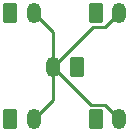
<source format=gbr>
%TF.GenerationSoftware,KiCad,Pcbnew,(6.0.6)*%
%TF.CreationDate,2022-06-27T09:59:18-07:00*%
%TF.ProjectId,KnightPCB,4b6e6967-6874-4504-9342-2e6b69636164,rev?*%
%TF.SameCoordinates,Original*%
%TF.FileFunction,Copper,L2,Bot*%
%TF.FilePolarity,Positive*%
%FSLAX46Y46*%
G04 Gerber Fmt 4.6, Leading zero omitted, Abs format (unit mm)*
G04 Created by KiCad (PCBNEW (6.0.6)) date 2022-06-27 09:59:18*
%MOMM*%
%LPD*%
G01*
G04 APERTURE LIST*
G04 Aperture macros list*
%AMRoundRect*
0 Rectangle with rounded corners*
0 $1 Rounding radius*
0 $2 $3 $4 $5 $6 $7 $8 $9 X,Y pos of 4 corners*
0 Add a 4 corners polygon primitive as box body*
4,1,4,$2,$3,$4,$5,$6,$7,$8,$9,$2,$3,0*
0 Add four circle primitives for the rounded corners*
1,1,$1+$1,$2,$3*
1,1,$1+$1,$4,$5*
1,1,$1+$1,$6,$7*
1,1,$1+$1,$8,$9*
0 Add four rect primitives between the rounded corners*
20,1,$1+$1,$2,$3,$4,$5,0*
20,1,$1+$1,$4,$5,$6,$7,0*
20,1,$1+$1,$6,$7,$8,$9,0*
20,1,$1+$1,$8,$9,$2,$3,0*%
G04 Aperture macros list end*
%TA.AperFunction,ComponentPad*%
%ADD10RoundRect,0.250000X0.350000X0.625000X-0.350000X0.625000X-0.350000X-0.625000X0.350000X-0.625000X0*%
%TD*%
%TA.AperFunction,ComponentPad*%
%ADD11O,1.200000X1.750000*%
%TD*%
%TA.AperFunction,ComponentPad*%
%ADD12RoundRect,0.250000X-0.350000X-0.625000X0.350000X-0.625000X0.350000X0.625000X-0.350000X0.625000X0*%
%TD*%
%TA.AperFunction,Conductor*%
%ADD13C,0.250000*%
%TD*%
G04 APERTURE END LIST*
D10*
%TO.P,J5,1,Pin_1*%
%TO.N,Net-(J5D1-Pad1)*%
X70175000Y-41100000D03*
D11*
%TO.P,J5,2,Pin_2*%
%TO.N,Net-(J5D1-Pad2)*%
X68175000Y-41100000D03*
%TD*%
D12*
%TO.P,J5D1,1,Pin_1*%
%TO.N,Net-(J5D1-Pad1)*%
X71800000Y-45550000D03*
D11*
%TO.P,J5D1,2,Pin_2*%
%TO.N,Net-(J5D1-Pad2)*%
X73800000Y-45550000D03*
%TD*%
%TO.P,J5A1,2,Pin_2*%
%TO.N,Net-(J5D1-Pad2)*%
X66550000Y-36550000D03*
D12*
%TO.P,J5A1,1,Pin_1*%
%TO.N,Net-(J5D1-Pad1)*%
X64550000Y-36550000D03*
%TD*%
%TO.P,J5B1,1,Pin_1*%
%TO.N,Net-(J5D1-Pad1)*%
X64550000Y-45550000D03*
D11*
%TO.P,J5B1,2,Pin_2*%
%TO.N,Net-(J5D1-Pad2)*%
X66550000Y-45550000D03*
%TD*%
%TO.P,J5C1,2,Pin_2*%
%TO.N,Net-(J5D1-Pad2)*%
X73800000Y-36550000D03*
D12*
%TO.P,J5C1,1,Pin_1*%
%TO.N,Net-(J5D1-Pad1)*%
X71800000Y-36550000D03*
%TD*%
D13*
%TO.N,Net-(J5D1-Pad2)*%
X72600000Y-44350000D02*
X73800000Y-45550000D01*
X71425000Y-44350000D02*
X72600000Y-44350000D01*
X68175000Y-41100000D02*
X71425000Y-44350000D01*
X68175000Y-41100000D02*
X68175000Y-43925000D01*
X68175000Y-43925000D02*
X66550000Y-45550000D01*
X72600000Y-37750000D02*
X73800000Y-36550000D01*
X71525000Y-37750000D02*
X72600000Y-37750000D01*
X68175000Y-41100000D02*
X71525000Y-37750000D01*
X68175000Y-38175000D02*
X66550000Y-36550000D01*
X68175000Y-41100000D02*
X68175000Y-38175000D01*
%TD*%
M02*

</source>
